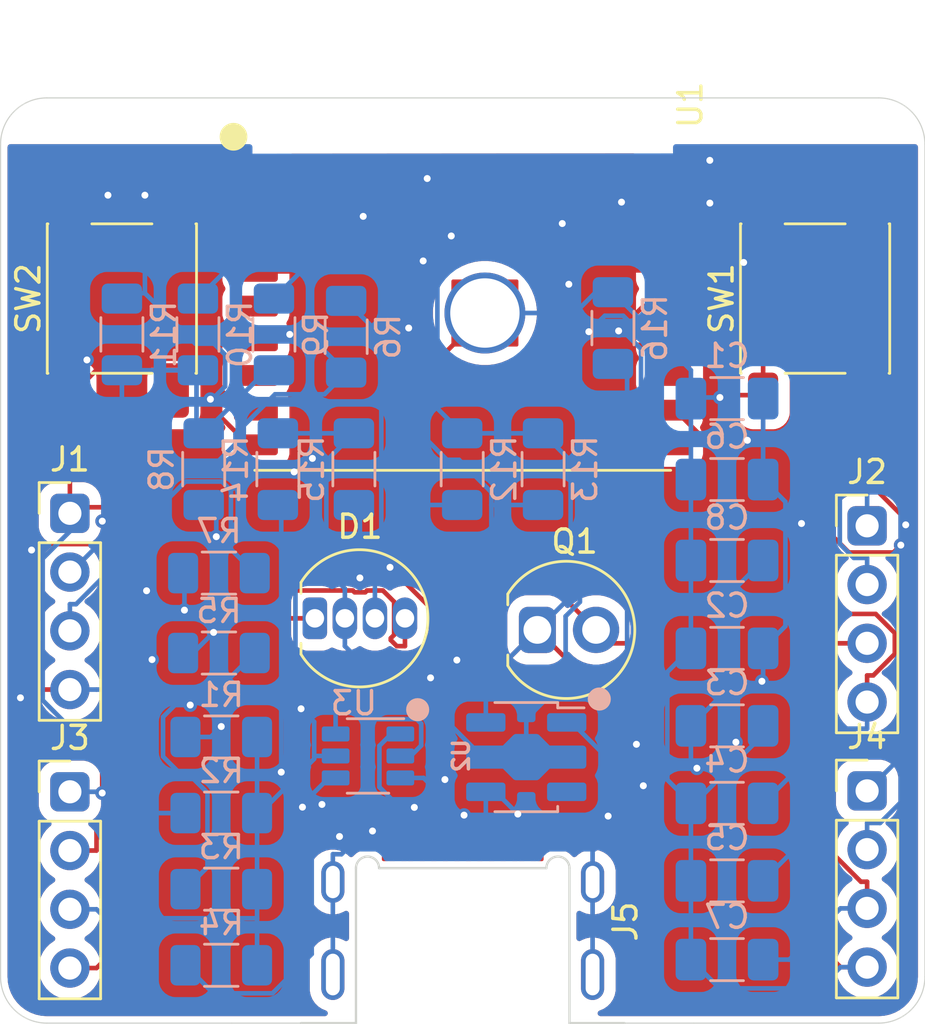
<source format=kicad_pcb>
(kicad_pcb (version 20241229) (generator "pcbnew") (generator_version "9.0")
  (layers (0 "F.Cu" signal) (2 "B.Cu" signal) (13 "F.Paste" user) (15 "B.Paste" user) (5 "F.SilkS" user "F.Silkscreen") (7 "B.SilkS" user "B.Silkscreen") (1 "F.Mask" user) (3 "B.Mask" user) (25 "Edge.Cuts" user))
  (net 0 "")
  (net 1 "+3.3V")
  (net 2 "GND")
  (net 3 "Net-(U1-EN)")
  (net 4 "BTN")
  (net 5 "LX_OUT")
  (net 6 "+5V")
  (net 7 "Net-(D1-Agreen)")
  (net 8 "Net-(D1-Ablue)")
  (net 9 "Net-(D1-Ared)")
  (net 10 "LED_B")
  (net 11 "LED_G")
  (net 12 "LED_R")
  (net 13 "LX_C")
  (net 14 "LX_A")
  (net 15 "LX_B")
  (net 16 "SCL")
  (net 17 "SDA")
  (net 18 "RX")
  (net 19 "TX")
  (net 20 "Net-(J5-CASE)")
  (net 22 "Net-(J5-CC1)")
  (net 23 "Net-(J5-D+-PadA6)")
  (net 25 "Net-(J5-D--PadA7)")
  (net 26 "Net-(J5-CC2)")
  (net 27 "Net-(U1-IO8)")
  (net 28 "Net-(U1-IO2{slash}ADC1_2{slash}FSPIQ)")
  (net 29 "USB_D-")
  (net 30 "USB_D+")
  (footprint "GEMS_library:PinHeader_1x04_P2.54mm_Vertical" (layer "F.Cu") (at 182.5 112.31)
    (property "Reference" "J2")
    (property "Value" "LX")
  )
  (footprint "GEMS_library:PinHeader_1x04_P2.54mm_Vertical" (layer "F.Cu") (at 148 123.81)
    (property "Reference" "J3")
    (property "Value" "I2C")
  )
  (footprint "GEMS_library:PT_D5.0mm" (layer "F.Cu") (at 169.5 113)
    (property "Reference" "Q1")
    (property "Value" "TEPT5700")
  )
  (footprint "GEMS_library:PinHeader_1x04_P2.54mm_Vertical" (layer "F.Cu") (at 182.5 123.77)
    (property "Reference" "J4")
    (property "Value" "UART")
  )
  (footprint "GEMS_library:SW_PUSH_6mm_SMD" (layer "F.Cu") (at 180.25 98.675 90)
    (property "Reference" "SW1")
    (property "Value" "RST")
  )
  (footprint "GEMS_library:SW_PUSH_6mm_SMD" (layer "F.Cu") (at 150.25 98.675 90)
    (property "Reference" "SW2")
    (property "Value" "BTN")
  )
  (footprint "GEMS_library:ESP32-C3-WROOM-02" (layer "F.Cu") (at 165 99)
    (property "Reference" "U1")
    (property "Value" "ESP32-C3")
  )
  (footprint "GEMS_library:LED_D5.0mm-4_RGB" (layer "F.Cu") (at 160.55 112.5)
    (property "Reference" "D1")
    (property "Value" "LED_BkRG")
  )
  (footprint "GEMS_library:PinHeader_1x04_P2.54mm_Vertical" (layer "F.Cu") (at 148 111.77)
    (property "Reference" "J1")
    (property "Value" "RGB")
  )
  (footprint "GEMS_library:USB-C_MOLEX-216990-0001" (layer "F.Cu") (at 165 126.75)
    (property "Reference" "J5")
    (property "Value" "USB_C_USB2.0")
    (fp_line (start -7 3.25) (end -4.62 3.25) (stroke (width 0.1)) (layer "Edge.Cuts"))
    (fp_line (start -4.62 3.25) (end -4.62 -3.45) (stroke (width 0.1)) (layer "Edge.Cuts"))
    (fp_line (start 3.62 -3.45) (end -3.62 -3.45) (stroke (width 0.1)) (layer "Edge.Cuts"))
    (fp_line (start 4.62 3.25) (end 4.62 -3.45) (stroke (width 0.1)) (layer "Edge.Cuts"))
    (fp_line (start 7 3.25) (end 4.62 3.25) (stroke (width 0.1)) (layer "Edge.Cuts"))
    (fp_arc (start -4.62 -3.45) (mid -4.12 -3.95) (end -3.62 -3.45) (stroke (width 0.1)) (layer "Edge.Cuts"))
    (fp_arc (start 3.62 -3.45) (mid 4.12 -3.95) (end 4.62 -3.45) (stroke (width 0.1)) (layer "Edge.Cuts"))
  )
  (footprint "GEMS_library:R_1206_(3216)" (layer "B.Cu") (at 154.45 114 180)
    (property "Reference" "R5")
    (property "Value" "27")
  )
  (footprint "GEMS_library:R_1206_(3216)" (layer "B.Cu") (at 150.25 100.225 90)
    (property "Reference" "R11")
    (property "Value" "200k")
  )
  (footprint "GEMS_library:SOT-23-6" (layer "B.Cu") (at 160.9 118.45 180)
    (property "Reference" "U3")
    (property "Value" "USBLC6-2SC6")
  )
  (footprint "GEMS_library:R_1206_(3216)" (layer "B.Cu") (at 154.45 110.545 180)
    (property "Reference" "R7")
    (property "Value" "27")
  )
  (footprint "GEMS_library:C_1206_(3216)" (layer "B.Cu") (at 176.4375 106.5 180)
    (property "Reference" "C6")
    (property "Value" "10uF")
  )
  (footprint "GEMS_library:C_1206_(3216)" (layer "B.Cu") (at 176.4375 117.15 180)
    (property "Reference" "C3")
    (property "Value" "0.1uF")
  )
  (footprint "GEMS_library:R_1206_(3216)" (layer "B.Cu") (at 164.9768 106.05 90)
    (property "Reference" "R12")
    (property "Value" "2.2k")
  )
  (footprint "GEMS_library:R_1206_(3216)" (layer "B.Cu") (at 154.55 120.92 180)
    (property "Reference" "R2")
    (property "Value" "100k")
  )
  (footprint "GEMS_library:SOT-89-5" (layer "B.Cu") (at 167.75 118.5 -90)
    (property "Reference" "U2")
    (property "Value" "R1170H331B")
  )
  (footprint "GEMS_library:C_1206_(3216)" (layer "B.Cu") (at 176.4375 120.5 180)
    (property "Reference" "C4")
    (property "Value" "0.1uF")
  )
  (footprint "GEMS_library:R_1206_(3216)" (layer "B.Cu") (at 156.83 100.225 90)
    (property "Reference" "R9")
    (property "Value" "510")
  )
  (footprint "GEMS_library:R_1206_(3216)" (layer "B.Cu") (at 154.55 127.5 180)
    (property "Reference" "R4")
    (property "Value" "100k")
  )
  (footprint "GEMS_library:R_1206_(3216)" (layer "B.Cu") (at 153.79 106.05 -90)
    (property "Reference" "R8")
    (property "Value" "5.1k")
  )
  (footprint "GEMS_library:R_1206_(3216)" (layer "B.Cu") (at 154.55 117.63 180)
    (property "Reference" "R1")
    (property "Value" "100k")
  )
  (footprint "GEMS_library:C_1206_(3216)" (layer "B.Cu") (at 176.4375 103 180)
    (property "Reference" "C1")
    (property "Value" "10uF")
  )
  (footprint "GEMS_library:R_1206_(3216)" (layer "B.Cu") (at 157 106.05 -90)
    (property "Reference" "R14")
    (property "Value" "5.1k")
  )
  (footprint "GEMS_library:R_1206_(3216)" (layer "B.Cu") (at 153.54 100.225 90)
    (property "Reference" "R10")
    (property "Value" "10k")
  )
  (footprint "GEMS_library:C_1206_(3216)" (layer "B.Cu") (at 176.4375 127.255 180)
    (property "Reference" "C7")
    (property "Value" "0.1uF")
  )
  (footprint "GEMS_library:C_1206_(3216)" (layer "B.Cu") (at 176.4375 110 180)
    (property "Reference" "C8")
    (property "Value" "10uF")
  )
  (footprint "GEMS_library:C_1206_(3216)" (layer "B.Cu") (at 176.4375 123.85 180)
    (property "Reference" "C5")
    (property "Value" "0.1uF")
  )
  (footprint "GEMS_library:C_1206_(3216)" (layer "B.Cu") (at 176.4375 113.8 180)
    (property "Reference" "C2")
    (property "Value" "0.1uF")
  )
  (footprint "GEMS_library:R_1206_(3216)" (layer "B.Cu") (at 159.955 100.325 90)
    (property "Reference" "R6")
    (property "Value" "82")
  )
  (footprint "GEMS_library:R_1206_(3216)" (layer "B.Cu") (at 160.29 106.05 -90)
    (property "Reference" "R15")
    (property "Value" "5.1k")
  )
  (footprint "GEMS_library:R_1206_(3216)" (layer "B.Cu") (at 168.4768 106.05 90)
    (property "Reference" "R13")
    (property "Value" "2.2k")
  )
  (footprint "GEMS_library:R_1206_(3216)" (layer "B.Cu") (at 171.5 99.95 90)
    (property "Reference" "R16")
    (property "Value" "1M")
  )
  (footprint "GEMS_library:R_1206_(3216)" (layer "B.Cu") (at 154.55 124.21 180)
    (property "Reference" "R3")
    (property "Value" "100k")
  )
  (gr_arc (start 147 130) (mid 145.585786 129.414214) (end 145 128) (stroke (width 0.05)) (layer "Edge.Cuts"))
  (gr_line (start 183 90) (end 147 90) (stroke (width 0.05)) (layer "Edge.Cuts"))
  (gr_line (start 185 128) (end 185 92) (stroke (width 0.05)) (layer "Edge.Cuts"))
  (gr_arc (start 183 90) (mid 184.414214 90.585786) (end 185 92) (stroke (width 0.05)) (layer "Edge.Cuts"))
  (gr_line (start 175 130) (end 183 130) (stroke (width 0.05)) (layer "Edge.Cuts"))
  (gr_line (start 158 130) (end 155 130) (stroke (width 0.05)) (layer "Edge.Cuts"))
  (gr_line (start 147 130) (end 155 130) (stroke (width 0.05)) (layer "Edge.Cuts"))
  (gr_line (start 145 92) (end 145 128) (stroke (width 0.05)) (layer "Edge.Cuts"))
  (gr_arc (start 145 92) (mid 145.585786 90.585786) (end 147 90) (stroke (width 0.05)) (layer "Edge.Cuts"))
  (gr_line (start 172 130) (end 175 130) (stroke (width 0.05)) (layer "Edge.Cuts"))
  (gr_arc (start 185 128) (mid 184.414214 129.414214) (end 183 130) (stroke (width 0.05)) (layer "Edge.Cuts"))
  (segment (start 177.9478 115.2217) (end 170.4517 115.2217) (width 0.2) (layer "F.Cu") (net 1))
  (segment (start 177.9478 119.6046) (end 182.2315 123.8883) (width 0.2) (layer "F.Cu") (net 1))
  (segment (start 168.23 113) (end 164.8197 116.4103) (width 0.2) (layer "F.Cu") (net 1))
  (segment (start 170.4517 115.2217) (end 168.23 113) (width 0.2) (layer "F.Cu") (net 1))
  (segment (start 177.9478 115.2217) (end 177.9478 119.6046) (width 0.2) (layer "F.Cu") (net 1))
  (segment (start 182.5 125.04) (end 182.5 123.8883) (width 0.2) (layer "F.Cu") (net 1))
  (segment (start 164.8197 116.4103) (end 158.0043 116.4103) (width 0.2) (layer "F.Cu") (net 1))
  (segment (start 162.978 93) (end 163.4629 93.4849) (width 0.2) (layer "F.Cu") (net 1))
  (segment (start 182.2315 123.8883) (end 182.5 123.8883) (width 0.2) (layer "F.Cu") (net 1))
  (segment (start 156.05 93) (end 162.978 93) (width 0.2) (layer "F.Cu") (net 1))
  (via (at 163.4629 93.4849) (size 0.6) (drill 0.3) (layers "F.Cu" "B.Cu") (net 1))
  (via (at 177.9478 115.2217) (size 0.6) (drill 0.3) (layers "F.Cu" "B.Cu") (net 1))
  (via (at 158.0043 116.4103) (size 0.6) (drill 0.3) (layers "F.Cu" "B.Cu") (net 1))
  (segment (start 178 106.5) (end 178.9652 107.4652) (width 0.2) (layer "B.Cu") (net 1))
  (segment (start 156.1 124.21) (end 156.1 120.92) (width 0.2) (layer "B.Cu") (net 1))
  (segment (start 149.5392 125.4675) (end 156.1 125.4675) (width 0.2) (layer "B.Cu") (net 1))
  (segment (start 156.1 120.92) (end 156.2277 120.92) (width 0.2) (layer "B.Cu") (net 1))
  (segment (start 163.9027 103.4259) (end 164.9768 104.5) (width 0.2) (layer "B.Cu") (net 1))
  (segment (start 178.9652 112.8348) (end 178 113.8) (width 0.2) (layer "B.Cu") (net 1))
  (segment (start 156.1 127.5) (end 156.1 125.4675) (width 0.2) (layer "B.Cu") (net 1))
  (segment (start 168.4768 104.5) (end 164.9768 104.5) (width 0.2) (layer "B.Cu") (net 1))
  (segment (start 163.9027 93.9247) (end 163.9027 103.4259) (width 0.2) (layer "B.Cu") (net 1))
  (segment (start 178 103) (end 178 106.5) (width 0.2) (layer "B.Cu") (net 1))
  (segment (start 168.4768 104.5) (end 169.67 105.6932) (width 0.2) (layer "B.Cu") (net 1))
  (segment (start 178 113.8) (end 178 115.1695) (width 0.2) (layer "B.Cu") (net 1))
  (segment (start 166 115.23) (end 168.23 113) (width 0.2) (layer "B.Cu") (net 1))
  (segment (start 163.4629 93.4849) (end 163.9027 93.9247) (width 0.2) (layer "B.Cu") (net 1))
  (segment (start 166 117) (end 166 115.23) (width 0.2) (layer "B.Cu") (net 1))
  (segment (start 179.1333 127.255) (end 181.3483 125.04) (width 0.2) (layer "B.Cu") (net 1))
  (segment (start 158.0043 116.4103) (end 158.57 116.976) (width 0.2) (layer "B.Cu") (net 1))
  (segment (start 159.5 118.45) (end 158.57 118.45) (width 0.2) (layer "B.Cu") (net 1))
  (segment (start 169.67 111.56) (end 168.23 113) (width 0.2) (layer "B.Cu") (net 1))
  (segment (start 178 115.1695) (end 177.9478 115.2217) (width 0.2) (layer "B.Cu") (net 1))
  (segment (start 156.1 120.92) (end 156.1 117.63) (width 0.2) (layer "B.Cu") (net 1))
  (segment (start 149.1517 125.08) (end 149.5392 125.4675) (width 0.2) (layer "B.Cu") (net 1))
  (segment (start 178 127.255) (end 179.1333 127.255) (width 0.2) (layer "B.Cu") (net 1))
  (segment (start 158.57 118.5777) (end 158.57 118.45) (width 0.2) (layer "B.Cu") (net 1))
  (segment (start 156.2277 120.92) (end 158.57 118.5777) (width 0.2) (layer "B.Cu") (net 1))
  (segment (start 158.57 116.976) (end 158.57 118.45) (width 0.2) (layer "B.Cu") (net 1))
  (segment (start 182.5 125.04) (end 181.3483 125.04) (width 0.2) (layer "B.Cu") (net 1))
  (segment (start 178.9652 107.4652) (end 178.9652 112.8348) (width 0.2) (layer "B.Cu") (net 1))
  (segment (start 148 125.08) (end 149.1517 125.08) (width 0.2) (layer "B.Cu") (net 1))
  (segment (start 169.67 105.6932) (end 169.67 111.56) (width 0.2) (layer "B.Cu") (net 1))
  (segment (start 156.1 125.4675) (end 156.1 124.21) (width 0.2) (layer "B.Cu") (net 1))
  (segment (start 165.96 98.2) (end 164.86 98.2) (width 0.2) (layer "F.Cu") (net 2))
  (segment (start 165.96 100.4) (end 164.86 100.4) (width 0.2) (layer "F.Cu") (net 2))
  (segment (start 152.2062 94.2062) (end 152.5 94.5) (width 0.2) (layer "F.Cu") (net 2))
  (segment (start 148 127.62) (end 149.1517 127.62) (width 0.2) (layer "F.Cu") (net 2))
  (segment (start 168.05 122.6) (end 168.35 122.6) (width 0.2) (layer "F.Cu") (net 2))
  (segment (start 155.7318 105) (end 153.9556 103.2238) (width 0.2) (layer "F.Cu") (net 2))
  (segment (start 161.3465 122.2965) (end 161.65 122.6) (width 0.2) (layer "F.Cu") (net 2))
  (segment (start 153.9556 103.2238) (end 153.9556 103.1517) (width 0.2) (layer "F.Cu") (net 2))
  (segment (start 164.86 100.4) (end 160.2767 104.9833) (width 0.2) (layer "F.Cu") (net 2))
  (segment (start 154.8383 121.9334) (end 159.6676 121.9334) (width 0.2) (layer "F.Cu") (net 2))
  (segment (start 166.51 99.3) (end 165.96 99.3) (width 0.2) (layer "F.Cu") (net 2))
  (segment (start 149.1517 127.62) (end 154.8383 121.9334) (width 0.2) (layer "F.Cu") (net 2))
  (segment (start 168.5242 122.4258) (end 176.1941 122.4258) (width 0.2) (layer "F.Cu") (net 2))
  (segment (start 154.0801 103.0272) (end 153.9556 103.1517) (width 0.2) (layer "F.Cu") (net 2))
  (segment (start 160.2767 104.9833) (end 156.0667 104.9833) (width 0.2) (layer "F.Cu") (net 2))
  (segment (start 165.96 99.3) (end 164.86 99.3) (width 0.2) (layer "F.Cu") (net 2))
  (segment (start 156.0667 104.9833) (end 156.05 105) (width 0.2) (layer "F.Cu") (net 2))
  (segment (start 167.06 98.2) (end 166.51 98.2) (width 0.2) (layer "F.Cu") (net 2))
  (segment (start 178 94.5) (end 178 102.85) (width 0.2) (layer "F.Cu") (net 2))
  (segment (start 167.06 99.3) (end 166.51 99.3) (width 0.2) (layer "F.Cu") (net 2))
  (segment (start 153.9556 103.1517) (end 152.8017 103.1517) (width 0.2) (layer "F.Cu") (net 2))
  (segment (start 151.246 94.2062) (end 152.2062 94.2062) (width 0.2) (layer "F.Cu") (net 2))
  (segment (start 167.06 100.4) (end 167.06 99.3) (width 0.2) (layer "F.Cu") (net 2))
  (segment (start 166.51 98.2) (end 165.96 98.2) (width 0.2) (layer "F.Cu") (net 2))
  (segment (start 176.1941 122.4258) (end 181.3483 127.58) (width 0.2) (layer "F.Cu") (net 2))
  (segment (start 156.05 105) (end 155.7318 105) (width 0.2) (layer "F.Cu") (net 2))
  (segment (start 178 102.85) (end 176.2315 102.85) (width 0.2) (layer "F.Cu") (net 2))
  (segment (start 160.0307 122.2965) (end 161.3465 122.2965) (width 0.2) (layer "F.Cu") (net 2))
  (segment (start 167.06 100.4) (end 165.96 100.4) (width 0.2) (layer "F.Cu") (net 2))
  (segment (start 168.35 122.6) (end 168.5242 122.4258) (width 0.2) (layer "F.Cu") (net 2))
  (segment (start 152.8017 103.1517) (end 152.5 102.85) (width 0.2) (layer "F.Cu") (net 2))
  (segment (start 161.95 122.6) (end 161.65 122.6) (width 0.2) (layer "F.Cu") (net 2))
  (segment (start 159.6676 121.9334) (end 160.0307 122.2965) (width 0.2) (layer "F.Cu") (net 2))
  (segment (start 176.2315 102.85) (end 176.1298 102.9517) (width 0.2) (layer "F.Cu") (net 2))
  (segment (start 182.5 127.58) (end 181.3483 127.58) (width 0.2) (layer "F.Cu") (net 2))
  (segment (start 166.51 99.3) (end 166.51 98.2) (width 0.2) (layer "F.Cu") (net 2))
  (via (at 176.1298 102.9517) (size 0.6) (drill 0.3) (layers "F.Cu" "B.Cu") (net 2))
  (via (at 151.246 94.2062) (size 0.6) (drill 0.3) (layers "F.Cu" "B.Cu") (net 2))
  (via (at 159.6676 121.9334) (size 0.6) (drill 0.3) (layers "F.Cu" "B.Cu") (net 2))
  (via (at 154.0801 103.0272) (size 0.6) (drill 0.3) (layers "F.Cu" "B.Cu") (net 2))
  (segment (start 174.875 102.9517) (end 174.875 101.775) (width 0.2) (layer "B.Cu") (net 2))
  (segment (start 151.246 98.4417) (end 153.4293 100.625) (width 0.2) (layer "B.Cu") (net 2))
  (segment (start 154.7177 102.4734) (end 154.1639 103.0272) (width 0.2) (layer "B.Cu") (net 2))
  (segment (start 167.75 116.8471) (end 167.75 118.5) (width 0.2) (layer "B.Cu") (net 2))
  (segment (start 160.6763 116.8572) (end 160.6763 114.478) (width 0.2) (layer "B.Cu") (net 2))
  (segment (start 163.0064 114.8245) (end 163.0064 116.8572) (width 0.2) (layer "B.Cu") (net 2))
  (segment (start 160.6763 116.8572) (end 163.0064 116.8572) (width 0.2) (layer "B.Cu") (net 2))
  (segment (start 169.4535 112.4101) (end 169.4535 115.1436) (width 0.2) (layer "B.Cu") (net 2))
  (segment (start 165.8573 118.5) (end 164.2098 116.8525) (width 0.2) (layer "B.Cu") (net 2))
  (segment (start 159.9 111.2151) (end 159.9 112.5) (width 0.2) (layer "B.Cu") (net 2))
  (segment (start 173.8532 114.8218) (end 174.875 113.8) (width 0.2) (layer "B.Cu") (net 2))
  (segment (start 153.4293 100.625) (end 154.2375 100.625) (width 0.2) (layer "B.Cu") (net 2))
  (segment (start 174.875 102.9517) (end 176.1298 102.9517) (width 0.2) (layer "B.Cu") (net 2))
  (segment (start 171.5 98.4) (end 170.7565 98.4) (width 0.2) (layer "B.Cu") (net 2))
  (segment (start 174.875 120.5) (end 173.8532 119.4782) (width 0.2) (layer "B.Cu") (net 2))
  (segment (start 169.8565 100.3581) (end 170.0729 100.5745) (width 0.2) (layer "B.Cu") (net 2))
  (segment (start 174.875 101.775) (end 171.5 98.4) (width 0.2) (layer "B.Cu") (net 2))
  (segment (start 174.875 110) (end 174.875 106.5) (width 0.2) (layer "B.Cu") (net 2))
  (segment (start 150.25 98.675) (end 150.4833 98.4417) (width 0.2) (layer "B.Cu") (net 2))
  (segment (start 173.8532 119.4782) (end 173.8532 114.8218) (width 0.2) (layer "B.Cu") (net 2))
  (segment (start 167.75 118.5) (end 165.8573 118.5) (width 0.2) (layer "B.Cu") (net 2))
  (segment (start 181.3483 127.58) (end 180.4289 128.4994) (width 0.2) (layer "B.Cu") (net 2))
  (segment (start 169.8565 99.3) (end 169.8565 100.3581) (width 0.2) (layer "B.Cu") (net 2))
  (segment (start 170.7565 98.4) (end 169.8565 99.3) (width 0.2) (layer "B.Cu") (net 2))
  (segment (start 174.875 103) (end 174.875 102.9517) (width 0.2) (layer "B.Cu") (net 2))
  (segment (start 154.7177 101.1052) (end 154.7177 102.4734) (width 0.2) (layer "B.Cu") (net 2))
  (segment (start 159.0964 110.4115) (end 159.9 111.2151) (width 0.2) (layer "B.Cu") (net 2))
  (segment (start 175.0277 120.5) (end 178 117.5277) (width 0.2) (layer "B.Cu") (net 2))
  (segment (start 174.875 127.255) (end 174.875 123.85) (width 0.2) (layer "B.Cu") (net 2))
  (segment (start 159.6676 121.9334) (end 160.6763 120.9247) (width 0.2) (layer "B.Cu") (net 2))
  (segment (start 160.29 104.5) (end 157 104.5) (width 0.2) (layer "B.Cu") (net 2))
  (segment (start 170.0729 111.7907) (end 169.4535 112.4101) (width 0.2) (layer "B.Cu") (net 2))
  (segment (start 163.2021 117.999) (end 162.7511 118.45) (width 0.2) (layer "B.Cu") (net 2))
  (segment (start 169.4535 115.1436) (end 167.75 116.8471) (width 0.2) (layer "B.Cu") (net 2))
  (segment (start 170.0729 100.5745) (end 170.0729 111.7907) (width 0.2) (layer "B.Cu") (net 2))
  (segment (start 160.6763 114.478) (end 159.9 113.7017) (width 0.2) (layer "B.Cu") (net 2))
  (segment (start 162.7511 118.45) (end 162.3 118.45) (width 0.2) (layer "B.Cu") (net 2))
  (segment (start 159.0964 105.6936) (end 159.0964 110.4115) (width 0.2) (layer "B.Cu") (net 2))
  (segment (start 169.8565 99.3) (end 165.96 99.3) (width 0.2) (layer "B.Cu") (net 2))
  (segment (start 154.1639 103.0272) (end 154.0801 103.0272) (width 0.2) (layer "B.Cu") (net 2))
  (segment (start 164.2098 114.8244) (end 163.8573 114.4719) (width 0.2) (layer "B.Cu") (net 2))
  (segment (start 174.875 106.5) (end 174.875 103) (width 0.2) (layer "B.Cu") (net 2))
  (segment (start 174.875 120.5) (end 175.0277 120.5) (width 0.2) (layer "B.Cu") (net 2))
  (segment (start 159.9 112.5) (end 159.9 113.7017) (width 0.2) (layer "B.Cu") (net 2))
  (segment (start 174.875 123.85) (end 174.875 120.5) (width 0.2) (layer "B.Cu") (net 2))
  (segment (start 163.359 114.4719) (end 163.0064 114.8245) (width 0.2) (layer "B.Cu") (net 2))
  (segment (start 180.4289 128.4994) (end 176.1194 128.4994) (width 0.2) (layer "B.Cu") (net 2))
  (segment (start 163.8573 114.4719) (end 163.359 114.4719) (width 0.2) (layer "B.Cu") (net 2))
  (segment (start 178 117.5277) (end 178 117.15) (width 0.2) (layer "B.Cu") (net 2))
  (segment (start 176.1194 128.4994) (end 174.875 127.255) (width 0.2) (layer "B.Cu") (net 2))
  (segment (start 160.6763 120.9247) (end 160.6763 116.8572) (width 0.2) (layer "B.Cu") (net 2))
  (segment (start 163.0064 116.8572) (end 163.2021 117.0529) (width 0.2) (layer "B.Cu") (net 2))
  (segment (start 150.4833 98.4417) (end 151.246 98.4417) (width 0.2) (layer "B.Cu") (net 2))
  (segment (start 182.5 127.58) (end 181.3483 127.58) (width 0.2) (layer "B.Cu") (net 2))
  (segment (start 164.2098 116.8525) (end 164.2098 114.8244) (width 0.2) (layer "B.Cu") (net 2))
  (segment (start 174.875 113.8) (end 174.875 110) (width 0.2) (layer "B.Cu") (net 2))
  (segment (start 154.2375 100.625) (end 154.7177 101.1052) (width 0.2) (layer "B.Cu") (net 2))
  (segment (start 151.246 94.2062) (end 151.246 98.4417) (width 0.2) (layer "B.Cu") (net 2))
  (segment (start 160.29 104.5) (end 159.0964 105.6936) (width 0.2) (layer "B.Cu") (net 2))
  (segment (start 163.2021 117.0529) (end 163.2021 117.999) (width 0.2) (layer "B.Cu") (net 2))
  (segment (start 182.5 102.85) (end 180.5465 104.8035) (width 0.2) (layer "F.Cu") (net 3))
  (segment (start 171.8715 94.5065) (end 171.7931 94.4281) (width 0.2) (layer "F.Cu") (net 3))
  (segment (start 171.7931 94.4281) (end 156.1219 94.4281) (width 0.2) (layer "F.Cu") (net 3))
  (segment (start 156.1219 94.4281) (end 156.05 94.5) (width 0.2) (layer "F.Cu") (net 3))
  (segment (start 154.55 117.1782) (end 173.3321 117.1782) (width 0.2) (layer "F.Cu") (net 3))
  (segment (start 182.5 94.5) (end 182.5 102.85) (width 0.2) (layer "F.Cu") (net 3))
  (segment (start 173.3321 117.1782) (end 175.1336 118.9797) (width 0.2) (layer "F.Cu") (net 3))
  (segment (start 180.5465 104.8035) (end 177.3191 104.8035) (width 0.2) (layer "F.Cu") (net 3))
  (via (at 171.8715 94.5065) (size 0.6) (drill 0.3) (layers "F.Cu" "B.Cu") (net 3))
  (via (at 175.1336 118.9797) (size 0.6) (drill 0.3) (layers "F.Cu" "B.Cu") (net 3))
  (via (at 177.3191 104.8035) (size 0.6) (drill 0.3) (layers "F.Cu" "B.Cu") (net 3))
  (via (at 154.55 117.1782) (size 0.6) (drill 0.3) (layers "F.Cu" "B.Cu") (net 3))
  (segment (start 174.875 117.15) (end 176.4361 115.5889) (width 0.2) (layer "B.Cu") (net 3))
  (segment (start 176.4361 105.6865) (end 177.3191 104.8035) (width 0.2) (layer "B.Cu") (net 3))
  (segment (start 175.1336 118.9797) (end 174.875 118.7211) (width 0.2) (layer "B.Cu") (net 3))
  (segment (start 176.908 99.543) (end 176.908 104.3924) (width 0.2) (layer "B.Cu") (net 3))
  (segment (start 176.4361 115.5889) (end 176.4361 105.6865) (width 0.2) (layer "B.Cu") (net 3))
  (segment (start 153 117.63) (end 154.0982 117.63) (width 0.2) (layer "B.Cu") (net 3))
  (segment (start 171.8715 94.5065) (end 176.908 99.543) (width 0.2) (layer "B.Cu") (net 3))
  (segment (start 174.875 118.7211) (end 174.875 117.15) (width 0.2) (layer "B.Cu") (net 3))
  (segment (start 176.908 104.3924) (end 177.3191 104.8035) (width 0.2) (layer "B.Cu") (net 3))
  (segment (start 154.0982 117.63) (end 154.55 117.1782) (width 0.2) (layer "B.Cu") (net 3))
  (segment (start 148.066 102.85) (end 149.3447 101.5713) (width 0.2) (layer "F.Cu") (net 4))
  (segment (start 148.2623 107.6977) (end 148 107.96) (width 0.2) (layer "F.Cu") (net 4))
  (segment (start 148 94.5) (end 148 102.85) (width 0.2) (layer "F.Cu") (net 4))
  (segment (start 179.6612 108.4008) (end 161.2393 108.4008) (width 0.2) (layer "F.Cu") (net 4))
  (segment (start 153.4751 101.5713) (end 155.4038 103.5) (width 0.2) (layer "F.Cu") (net 4))
  (segment (start 160.5362 107.6977) (end 148.2623 107.6977) (width 0.2) (layer "F.Cu") (net 4))
  (segment (start 149.3447 101.5713) (end 153.4751 101.5713) (width 0.2) (layer "F.Cu") (net 4))
  (segment (start 148 102.85) (end 148 107.96) (width 0.2) (layer "F.Cu") (net 4))
  (segment (start 161.2393 108.4008) (end 160.5362 107.6977) (width 0.2) (layer "F.Cu") (net 4))
  (segment (start 155.4038 103.5) (end 156.05 103.5) (width 0.2) (layer "F.Cu") (net 4))
  (segment (start 148 102.85) (end 148.066 102.85) (width 0.2) (layer "F.Cu") (net 4))
  (via (at 179.6612 108.4008) (size 0.6) (drill 0.3) (layers "F.Cu" "B.Cu") (net 4))
  (segment (start 146.822 109.9178) (end 148 108.7398) (width 0.2) (layer "B.Cu") (net 4))
  (segment (start 148 108.7398) (end 148 107.96) (width 0.2) (layer "B.Cu") (net 4))
  (segment (start 151.699 120.92) (end 146.822 116.043) (width 0.2) (layer "B.Cu") (net 4))
  (segment (start 146.822 116.043) (end 146.822 109.9178) (width 0.2) (layer "B.Cu") (net 4))
  (segment (start 153 120.92) (end 151.699 120.92) (width 0.2) (layer "B.Cu") (net 4))
  (segment (start 178 120.5) (end 179.6612 118.8388) (width 0.2) (layer "B.Cu") (net 4))
  (segment (start 179.6612 118.8388) (end 179.6612 108.4008) (width 0.2) (layer "B.Cu") (net 4))
  (segment (start 182.5 116.12) (end 182.5 114.9683) (width 0.2) (layer "F.Cu") (net 5))
  (segment (start 174.8214 108.9698) (end 154.3354 108.9698) (width 0.2) (layer "F.Cu") (net 5))
  (segment (start 182.8719 112.31) (end 178.1616 112.31) (width 0.2) (layer "F.Cu") (net 5))
  (segment (start 175.6935 92.6997) (end 175.3932 93) (width 0.2) (layer "F.Cu") (net 5))
  (segment (start 182.7685 114.9683) (end 183.6989 114.0379) (width 0.2) (layer "F.Cu") (net 5))
  (segment (start 183.6989 114.0379) (end 183.6989 113.137) (width 0.2) (layer "F.Cu") (net 5))
  (segment (start 183.6989 113.137) (end 182.8719 112.31) (width 0.2) (layer "F.Cu") (net 5))
  (segment (start 175.3932 93) (end 173.95 93) (width 0.2) (layer "F.Cu") (net 5))
  (segment (start 182.5 114.9683) (end 182.7685 114.9683) (width 0.2) (layer "F.Cu") (net 5))
  (segment (start 178.1616 112.31) (end 174.8214 108.9698) (width 0.2) (layer "F.Cu") (net 5))
  (via (at 154.3354 108.9698) (size 0.6) (drill 0.3) (layers "F.Cu" "B.Cu") (net 5))
  (via (at 175.6935 92.6997) (size 0.6) (drill 0.3) (layers "F.Cu" "B.Cu") (net 5))
  (segment (start 175.6935 92.6997) (end 175.0933 93.2999) (width 0.2) (layer "B.Cu") (net 5))
  (segment (start 153.79 107.6) (end 154.3354 108.1454) (width 0.2) (layer "B.Cu") (net 5))
  (segment (start 182.5 116.12) (end 182.5 117.2717) (width 0.2) (layer "B.Cu") (net 5))
  (segment (start 175.0933 93.2999) (end 175.0933 96.2996) (width 0.2) (layer "B.Cu") (net 5))
  (segment (start 178 123.85) (end 180.2666 121.5834) (width 0.2) (layer "B.Cu") (net 5))
  (segment (start 154.3354 108.1454) (end 154.3354 108.9698) (width 0.2) (layer "B.Cu") (net 5))
  (segment (start 180.2666 121.5834) (end 180.2666 117.2717) (width 0.2) (layer "B.Cu") (net 5))
  (segment (start 180.2666 101.4729) (end 180.2666 117.2717) (width 0.2) (layer "B.Cu") (net 5))
  (segment (start 175.0933 96.2996) (end 180.2666 101.4729) (width 0.2) (layer "B.Cu") (net 5))
  (segment (start 182.5 117.2717) (end 180.2666 117.2717) (width 0.2) (layer "B.Cu") (net 5))
  (segment (start 171.2929 120.9624) (end 171.2929 121.0504) (width 0.2) (layer "F.Cu") (net 6))
  (segment (start 176.8219 118.1867) (end 174.0462 120.9624) (width 0.2) (layer "F.Cu") (net 6))
  (segment (start 162.75 122.6) (end 162.45 122.6) (width 0.2) (layer "F.Cu") (net 6))
  (segment (start 167.3847 120.9624) (end 171.2929 120.9624) (width 0.2) (layer "F.Cu") (net 6))
  (segment (start 167.3847 122.4653) (end 167.3847 120.9624) (width 0.2) (layer "F.Cu") (net 6))
  (segment (start 162.45 122.6) (end 162.45 122.1207) (width 0.2) (layer "F.Cu") (net 6))
  (segment (start 162.0241 121.6948) (end 161.0955 121.6948) (width 0.2) (layer "F.Cu") (net 6))
  (segment (start 162.45 122.1207) (end 162.0241 121.6948) (width 0.2) (layer "F.Cu") (net 6))
  (segment (start 174.0462 120.9624) (end 171.2929 120.9624) (width 0.2) (layer "F.Cu") (net 6))
  (segment (start 176.8219 117.8549) (end 176.8219 118.1867) (width 0.2) (layer "F.Cu") (net 6))
  (segment (start 167.25 122.6) (end 167.3847 122.4653) (width 0.2) (layer "F.Cu") (net 6))
  (segment (start 167.25 122.6) (end 167.55 122.6) (width 0.2) (layer "F.Cu") (net 6))
  (via (at 161.0955 121.6948) (size 0.6) (drill 0.3) (layers "F.Cu" "B.Cu") (net 6))
  (via (at 171.2929 121.0504) (size 0.6) (drill 0.3) (layers "F.Cu" "B.Cu") (net 6))
  (via (at 167.3847 120.9624) (size 0.6) (drill 0.3) (layers "F.Cu" "B.Cu") (net 6))
  (via (at 176.8219 117.8549) (size 0.6) (drill 0.3) (layers "F.Cu" "B.Cu") (net 6))
  (segment (start 166 120) (end 166.4223 120) (width 0.2) (layer "B.Cu") (net 6))
  (segment (start 165.2472 121.6948) (end 161.0955 121.6948) (width 0.2) (layer "B.Cu") (net 6))
  (segment (start 176.9078 111.0922) (end 176.9078 117.769) (width 0.2) (layer "B.Cu") (net 6))
  (segment (start 176.9078 117.769) (end 176.8219 117.8549) (width 0.2) (layer "B.Cu") (net 6))
  (segment (start 178 110) (end 176.9078 111.0922) (width 0.2) (layer "B.Cu") (net 6))
  (segment (start 166 120.942) (end 165.2472 121.6948) (width 0.2) (layer "B.Cu") (net 6))
  (segment (start 171.2929 121.0504) (end 171.2929 118.5761) (width 0.2) (layer "B.Cu") (net 6))
  (segment (start 169.7168 117) (end 169.5 117) (width 0.2) (layer "B.Cu") (net 6))
  (segment (start 166.4223 120) (end 167.3847 120.9624) (width 0.2) (layer "B.Cu") (net 6))
  (segment (start 166 120) (end 166 120.942) (width 0.2) (layer "B.Cu") (net 6))
  (segment (start 171.2929 118.5761) (end 169.7168 117) (width 0.2) (layer "B.Cu") (net 6))
  (segment (start 162.5 113.7017) (end 162.1477 113.7017) (width 0.2) (layer "F.Cu") (net 7))
  (segment (start 160.7791 111.3747) (end 160.3209 111.3747) (width 0.2) (layer "F.Cu") (net 7))
  (segment (start 153.8057 111.2973) (end 152.957 112.146) (width 0.2) (layer "F.Cu") (net 7))
  (segment (start 160.2435 111.2973) (end 153.8057 111.2973) (width 0.2) (layer "F.Cu") (net 7))
  (segment (start 161.8874 113.4414) (end 161.8874 113.3588) (width 0.2) (layer "F.Cu") (net 7))
  (segment (start 161.5445 111.2983) (end 160.8555 111.2983) (width 0.2) (layer "F.Cu") (net 7))
  (segment (start 160.3209 111.3747) (end 160.2435 111.2973) (width 0.2) (layer "F.Cu") (net 7))
  (segment (start 162.5 112.5) (end 162.5 113.7017) (width 0.2) (layer "F.Cu") (net 7))
  (segment (start 162.0317 111.7855) (end 161.5445 111.2983) (width 0.2) (layer "F.Cu") (net 7))
  (segment (start 160.8555 111.2983) (end 160.7791 111.3747) (width 0.2) (layer "F.Cu") (net 7))
  (segment (start 162.1477 113.7017) (end 161.8874 113.4414) (width 0.2) (layer "F.Cu") (net 7))
  (segment (start 161.8874 113.3588) (end 162.0317 113.2145) (width 0.2) (layer "F.Cu") (net 7))
  (segment (start 162.0317 113.2145) (end 162.0317 111.7855) (width 0.2) (layer "F.Cu") (net 7))
  (via (at 152.957 112.146) (size 0.6) (drill 0.3) (layers "F.Cu" "B.Cu") (net 7))
  (segment (start 152.9 110.545) (end 152.957 110.602) (width 0.2) (layer "B.Cu") (net 7))
  (segment (start 152.957 110.602) (end 152.957 112.146) (width 0.2) (layer "B.Cu") (net 7))
  (segment (start 154.2187 113.1081) (end 154.8268 112.5) (width 0.2) (layer "F.Cu") (net 8))
  (segment (start 154.8268 112.5) (end 158.6 112.5) (width 0.2) (layer "F.Cu") (net 8))
  (via (at 154.2187 113.1081) (size 0.6) (drill 0.3) (layers "F.Cu" "B.Cu") (net 8))
  (segment (start 153.3268 114) (end 154.2187 113.1081) (width 0.2) (layer "B.Cu") (net 8))
  (segment (start 152.9 114) (end 153.3268 114) (width 0.2) (layer "B.Cu") (net 8))
  (segment (start 159.955 98.775) (end 161.477 100.297) (width 0.2) (layer "B.Cu") (net 9))
  (segment (start 161.2 112.5) (end 161.2 111.2983) (width 0.2) (layer "B.Cu") (net 9))
  (segment (start 161.477 100.297) (end 161.477 109.8208) (width 0.2) (layer "B.Cu") (net 9))
  (segment (start 161.477 109.8208) (end 161.2 110.0978) (width 0.2) (layer "B.Cu") (net 9))
  (segment (start 161.2 110.0978) (end 161.2 111.2983) (width 0.2) (layer "B.Cu") (net 9))
  (segment (start 148 115.58) (end 146.8483 115.58) (width 0.2) (layer "F.Cu") (net 10))
  (segment (start 155.927 95.8769) (end 151.3177 95.8769) (width 0.2) (layer "F.Cu") (net 10))
  (segment (start 145.8598 115.9365) (end 146.4918 115.9365) (width 0.2) (layer "F.Cu") (net 10))
  (segment (start 156.05 96) (end 155.927 95.877) (width 0.2) (layer "F.Cu") (net 10))
  (segment (start 155.927 95.877) (end 155.927 95.8769) (width 0.2) (layer "F.Cu") (net 10))
  (segment (start 151.3177 95.8769) (end 149.647 94.2062) (width 0.2) (layer "F.Cu") (net 10))
  (segment (start 146.4918 115.9365) (end 146.8483 115.58) (width 0.2) (layer "F.Cu") (net 10))
  (via (at 145.8598 115.9365) (size 0.6) (drill 0.3) (layers "F.Cu" "B.Cu") (net 10))
  (via (at 149.647 94.2062) (size 0.6) (drill 0.3) (layers "F.Cu" "B.Cu") (net 10))
  (segment (start 149.647 94.2062) (end 145.7392 98.114) (width 0.2) (layer "B.Cu") (net 10))
  (segment (start 145.7392 115.8159) (end 145.8598 115.9365) (width 0.2) (layer "B.Cu") (net 10))
  (segment (start 156 114) (end 154.42 115.58) (width 0.2) (layer "B.Cu") (net 10))
  (segment (start 148 115.58) (end 149.1517 115.58) (width 0.2) (layer "B.Cu") (net 10))
  (segment (start 145.7392 98.114) (end 145.7392 115.8159) (width 0.2) (layer "B.Cu") (net 10))
  (segment (start 154.42 115.58) (end 149.1517 115.58) (width 0.2) (layer "B.Cu") (net 10))
  (segment (start 157.7206 106.1867) (end 172.7633 106.1867) (width 0.2) (layer "F.Cu") (net 11))
  (segment (start 157.7039 106.17) (end 157.7206 106.1867) (width 0.2) (layer "F.Cu") (net 11))
  (segment (start 172.7633 106.1867) (end 173.95 105) (width 0.2) (layer "F.Cu") (net 11))
  (via (at 157.7039 106.17) (size 0.6) (drill 0.3) (layers "F.Cu" "B.Cu") (net 11))
  (segment (start 155.7689 106.17) (end 157.7039 106.17) (width 0.2) (layer "B.Cu") (net 11))
  (segment (start 156 110.545) (end 154.9677 109.5127) (width 0.2) (layer "B.Cu") (net 11))
  (segment (start 148 113.04) (end 148 111.8883) (width 0.2) (layer "B.Cu") (net 11))
  (segment (start 154.9677 106.9712) (end 155.7689 106.17) (width 0.2) (layer "B.Cu") (net 11))
  (segment (start 148.2685 111.8883) (end 148 111.8883) (width 0.2) (layer "B.Cu") (net 11))
  (segment (start 154.9677 109.5127) (end 154.9677 106.9712) (width 0.2) (layer "B.Cu") (net 11))
  (segment (start 152.2581 107.8987) (end 148.2685 111.8883) (width 0.2) (layer "B.Cu") (net 11))
  (segment (start 154.9677 106.9712) (end 154.5827 106.5862) (width 0.2) (layer "B.Cu") (net 11))
  (segment (start 154.5827 106.5862) (end 152.9963 106.5862) (width 0.2) (layer "B.Cu") (net 11))
  (segment (start 152.9963 106.5862) (end 152.2581 107.3244) (width 0.2) (layer "B.Cu") (net 11))
  (segment (start 152.2581 107.3244) (end 152.2581 107.8987) (width 0.2) (layer "B.Cu") (net 11))
  (segment (start 157.5148 100.225) (end 156.325 100.225) (width 0.2) (layer "F.Cu") (net 12))
  (segment (start 156.325 100.225) (end 156.05 100.5) (width 0.2) (layer "F.Cu") (net 12))
  (via (at 157.5148 100.225) (size 0.6) (drill 0.3) (layers "F.Cu" "B.Cu") (net 12))
  (segment (start 148 110.5) (end 148.0512 110.5) (width 0.2) (layer "B.Cu") (net 12))
  (segment (start 159.955 101.875) (end 158.305 100.225) (width 0.2) (layer "B.Cu") (net 12))
  (segment (start 148.0512 110.5) (end 152.8632 105.688) (width 0.2) (layer "B.Cu") (net 12))
  (segment (start 155.1662 104.9611) (end 155.1662 104.5248) (width 0.2) (layer "B.Cu") (net 12))
  (segment (start 159.0165 102.8135) (end 159.955 101.875) (width 0.2) (layer "B.Cu") (net 12))
  (segment (start 155.1662 104.5248) (end 156.8775 102.8135) (width 0.2) (layer "B.Cu") (net 12))
  (segment (start 152.8632 105.688) (end 154.4393 105.688) (width 0.2) (layer "B.Cu") (net 12))
  (segment (start 156.8775 102.8135) (end 159.0165 102.8135) (width 0.2) (layer "B.Cu") (net 12))
  (segment (start 154.4393 105.688) (end 155.1662 104.9611) (width 0.2) (layer "B.Cu") (net 12))
  (segment (start 158.305 100.225) (end 157.5148 100.225) (width 0.2) (layer "B.Cu") (net 12))
  (segment (start 167.3837 109.6137) (end 170.77 113) (width 0.2) (layer "F.Cu") (net 13))
  (segment (start 149.4009 108.2994) (end 150.7152 109.6137) (width 0.2) (layer "F.Cu") (net 13))
  (segment (start 182.5 113.58) (end 171.35 113.58) (width 0.2) (layer "F.Cu") (net 13))
  (segment (start 171.35 113.58) (end 170.77 113) (width 0.2) (layer "F.Cu") (net 13))
  (segment (start 150.7152 109.6137) (end 167.3837 109.6137) (width 0.2) (layer "F.Cu") (net 13))
  (via (at 149.4009 108.2994) (size 0.6) (drill 0.3) (layers "F.Cu" "B.Cu") (net 13))
  (segment (start 156.515 101.775) (end 156.83 101.775) (width 0.2) (layer "B.Cu") (net 13))
  (segment (start 153.4784 104.1884) (end 153.79 104.5) (width 0.2) (layer "B.Cu") (net 13))
  (segment (start 153.54 101.775) (end 153.4784 101.8366) (width 0.2) (layer "B.Cu") (net 13))
  (segment (start 150.25 107.4503) (end 149.4009 108.2994) (width 0.2) (layer "B.Cu") (net 13))
  (segment (start 153.4784 101.8366) (end 153.4784 104.1884) (width 0.2) (layer "B.Cu") (net 13))
  (segment (start 150.25 101.775) (end 150.25 107.4503) (width 0.2) (layer "B.Cu") (net 13))
  (segment (start 153.79 104.5) (end 156.515 101.775) (width 0.2) (layer "B.Cu") (net 13))
  (segment (start 153.54 101.775) (end 150.25 101.775) (width 0.2) (layer "B.Cu") (net 13))
  (segment (start 173.95 94.5) (end 173.3305 95.1195) (width 0.2) (layer "F.Cu") (net 14))
  (segment (start 169.8467 95.1195) (end 169.557 94.8298) (width 0.2) (layer "F.Cu") (net 14))
  (segment (start 173.3305 95.1195) (end 169.8467 95.1195) (width 0.2) (layer "F.Cu") (net 14))
  (segment (start 160.9845 94.8298) (end 160.6933 95.121) (width 0.2) (layer "F.Cu") (net 14))
  (segment (start 173.9978 94.5478) (end 175.6951 94.5478) (width 0.2) (layer "F.Cu") (net 14))
  (segment (start 173.95 94.5) (end 173.9978 94.5478) (width 0.2) (layer "F.Cu") (net 14))
  (segment (start 169.557 94.8298) (end 160.9845 94.8298) (width 0.2) (layer "F.Cu") (net 14))
  (via (at 175.6951 94.5478) (size 0.6) (drill 0.3) (layers "F.Cu" "B.Cu") (net 14))
  (via (at 160.6933 95.121) (size 0.6) (drill 0.3) (layers "F.Cu" "B.Cu") (net 14))
  (segment (start 182.5 101.3527) (end 175.6951 94.5478) (width 0.2) (layer "B.Cu") (net 14))
  (segment (start 156.83 98.675) (end 160.384 95.121) (width 0.2) (layer "B.Cu") (net 14))
  (segment (start 160.384 95.121) (end 160.6933 95.121) (width 0.2) (layer "B.Cu") (net 14))
  (segment (start 182.5 108.5) (end 182.5 101.3527) (width 0.2) (layer "B.Cu") (net 14))
  (segment (start 168.4148 97.455) (end 166.9283 95.9685) (width 0.2) (layer "F.Cu") (net 15))
  (segment (start 173.905 97.455) (end 168.4148 97.455) (width 0.2) (layer "F.Cu") (net 15))
  (segment (start 166.9283 95.9685) (end 164.5044 95.9685) (width 0.2) (layer "F.Cu") (net 15))
  (segment (start 177.1573 97.1137) (end 174.3363 97.1137) (width 0.2) (layer "F.Cu") (net 15))
  (segment (start 174.3363 97.1137) (end 173.95 97.5) (width 0.2) (layer "F.Cu") (net 15))
  (segment (start 173.95 97.5) (end 173.905 97.455) (width 0.2) (layer "F.Cu") (net 15))
  (via (at 177.1573 97.1137) (size 0.6) (drill 0.3) (layers "F.Cu" "B.Cu") (net 15))
  (via (at 164.5044 95.9685) (size 0.6) (drill 0.3) (layers "F.Cu" "B.Cu") (net 15))
  (segment (start 182.5 111.04) (end 182.5 109.8883) (width 0.2) (layer "B.Cu") (net 15))
  (segment (start 159.3319 92.8831) (end 163.7712 92.8831) (width 0.2) (layer "B.Cu") (net 15))
  (segment (start 164.5044 93.6163) (end 164.5044 95.9685) (width 0.2) (layer "B.Cu") (net 15))
  (segment (start 153.54 98.675) (end 159.3319 92.8831) (width 0.2) (layer "B.Cu") (net 15))
  (segment (start 181.3188 109.283) (end 181.3188 101.2752) (width 0.2) (layer "B.Cu") (net 15))
  (segment (start 181.3188 101.2752) (end 177.1573 97.1137) (width 0.2) (layer "B.Cu") (net 15))
  (segment (start 182.5 109.8883) (end 181.9241 109.8883) (width 0.2) (layer "B.Cu") (net 15))
  (segment (start 163.7712 92.8831) (end 164.5044 93.6163) (width 0.2) (layer "B.Cu") (net 15))
  (segment (start 181.9241 109.8883) (end 181.3188 109.283) (width 0.2) (layer "B.Cu") (net 15))
  (segment (start 161.71 110.151) (end 154.0906 110.151) (width 0.2) (layer "F.Cu") (net 16))
  (segment (start 154.0906 110.151) (end 149.398 114.8436) (width 0.2) (layer "F.Cu") (net 16))
  (segment (start 156.05 99) (end 161.7117 99) (width 0.2) (layer "F.Cu") (net 16))
  (segment (start 161.8538 110.2948) (end 161.71 110.151) (width 0.2) (layer "F.Cu") (net 16))
  (segment (start 149.398 114.8436) (end 149.398 120.0523) (width 0.2) (layer "F.Cu") (net 16))
  (segment (start 161.7117 99) (end 162.6609 99.9492) (width 0.2) (layer "F.Cu") (net 16))
  (via (at 162.6609 99.9492) (size 0.6) (drill 0.3) (layers "F.Cu" "B.Cu") (net 16))
  (via (at 149.398 120.0523) (size 0.6) (drill 0.3) (layers "F.Cu" "B.Cu") (net 16))
  (via (at 161.8538 110.2948) (size 0.6) (drill 0.3) (layers "F.Cu" "B.Cu") (net 16))
  (segment (start 148 120) (end 149.3457 120) (width 0.2) (layer "B.Cu") (net 16))
  (segment (start 162.6609 107.6) (end 162.6609 109.4877) (width 0.2) (layer "B.Cu") (net 16))
  (segment (start 162.6609 107.6) (end 162.6609 99.9492) (width 0.2) (layer "B.Cu") (net 16))
  (segment (start 162.6609 109.4877) (end 161.8538 110.2948) (width 0.2) (layer "B.Cu") (net 16))
  (segment (start 149.3457 120) (end 149.398 120.0523) (width 0.2) (layer "B.Cu") (net 16))
  (segment (start 164.9768 107.6) (end 162.6609 107.6) (width 0.2) (layer "B.Cu") (net 16))
  (segment (start 148 122.54) (end 149.1517 122.54) (width 0.2) (layer "F.Cu") (net 17))
  (segment (start 156.05 97.5) (end 162.836 97.5) (width 0.2) (layer "F.Cu") (net 17))
  (segment (start 149.1517 121.7255) (end 156.5724 114.3048) (width 0.2) (layer "F.Cu") (net 17))
  (segment (start 156.5724 114.3048) (end 164.7462 114.3048) (width 0.2) (layer "F.Cu") (net 17))
  (segment (start 162.836 97.5) (end 163.288 97.048) (width 0.2) (layer "F.Cu") (net 17))
  (segment (start 149.1517 122.54) (end 149.1517 121.7255) (width 0.2) (layer "F.Cu") (net 17))
  (via (at 164.7462 114.3048) (size 0.6) (drill 0.3) (layers "F.Cu" "B.Cu") (net 17))
  (via (at 163.288 97.048) (size 0.6) (drill 0.3) (layers "F.Cu" "B.Cu") (net 17))
  (segment (start 164.8407 105.6477) (end 166.2387 107.0457) (width 0.2) (layer "B.Cu") (net 17))
  (segment (start 166.2387 107.0457) (end 166.2387 107.6) (width 0.2) (layer "B.Cu") (net 17))
  (segment (start 166.2387 112.8123) (end 164.7462 114.3048) (width 0.2) (layer "B.Cu") (net 17))
  (segment (start 163.288 97.048) (end 163.288 104.6212) (width 0.2) (layer "B.Cu") (net 17))
  (segment (start 168.4768 107.6) (end 166.2387 107.6) (width 0.2) (layer "B.Cu") (net 17))
  (segment (start 164.3145 105.6477) (end 164.8407 105.6477) (width 0.2) (layer "B.Cu") (net 17))
  (segment (start 163.288 104.6212) (end 164.3145 105.6477) (width 0.2) (layer "B.Cu") (net 17))
  (segment (start 166.2387 107.6) (end 166.2387 112.8123) (width 0.2) (layer "B.Cu") (net 17))
  (segment (start 180.5457 108.4868) (end 181.7119 109.653) (width 0.2) (layer "F.Cu") (net 18))
  (segment (start 174.1983 103.5) (end 178.4472 107.7489) (width 0.2) (layer "F.Cu") (net 18))
  (segment (start 183.6404 109.653) (end 183.9586 109.3348) (width 0.2) (layer "F.Cu") (net 18))
  (segment (start 179.8854 107.7489) (end 180.5457 108.4092) (width 0.2) (layer "F.Cu") (net 18))
  (segment (start 173.95 103.5) (end 174.1983 103.5) (width 0.2) (layer "F.Cu") (net 18))
  (segment (start 180.5457 108.4092) (end 180.5457 108.4868) (width 0.2) (layer "F.Cu") (net 18))
  (segment (start 181.7119 109.653) (end 183.6404 109.653) (width 0.2) (layer "F.Cu") (net 18))
  (segment (start 178.4472 107.7489) (end 179.8854 107.7489) (width 0.2) (layer "F.Cu") (net 18))
  (via (at 183.9586 109.3348) (size 0.6) (drill 0.3) (layers "F.Cu" "B.Cu") (net 18))
  (segment (start 183.9586 109.3348) (end 183.9586 118.5014) (width 0.2) (layer "B.Cu") (net 18))
  (segment (start 183.9586 118.5014) (end 182.5 119.96) (width 0.2) (layer "B.Cu") (net 18))
  (segment (start 175.4665 103.2637) (end 175.4665 103.8625) (width 0.2) (layer "F.Cu") (net 19))
  (segment (start 173.95 102) (end 174.2028 102) (width 0.2) (layer "F.Cu") (net 19))
  (segment (start 184.1707 108.219) (end 184.1707 108.4581) (width 0.2) (layer "F.Cu") (net 19))
  (segment (start 174.2028 102) (end 175.4665 103.2637) (width 0.2) (layer "F.Cu") (net 19))
  (segment (start 175.4665 103.8625) (end 178.4769 106.8729) (width 0.2) (layer "F.Cu") (net 19))
  (segment (start 182.8246 106.8729) (end 184.1707 108.219) (width 0.2) (layer "F.Cu") (net 19))
  (segment (start 178.4769 106.8729) (end 182.8246 106.8729) (width 0.2) (layer "F.Cu") (net 19))
  (via (at 184.1707 108.4581) (size 0.6) (drill 0.3) (layers "F.Cu" "B.Cu") (net 19))
  (segment (start 184.5603 109.0856) (end 184.1708 108.6961) (width 0.2) (layer "B.Cu") (net 19))
  (segment (start 183.0616 121.3483) (end 184.5603 119.8496) (width 0.2) (layer "B.Cu") (net 19))
  (segment (start 184.1708 108.6961) (end 184.1707 108.6961) (width 0.2) (layer "B.Cu") (net 19))
  (segment (start 182.5 121.3483) (end 183.0616 121.3483) (width 0.2) (layer "B.Cu") (net 19))
  (segment (start 184.1707 108.6961) (end 184.1707 108.4581) (width 0.2) (layer "B.Cu") (net 19))
  (segment (start 184.5603 119.8496) (end 184.5603 109.0856) (width 0.2) (layer "B.Cu") (net 19))
  (segment (start 182.5 122.5) (end 182.5 121.3483) (width 0.2) (layer "B.Cu") (net 19))
  (segment (start 172.1154 117.497) (end 171.9154 117.697) (width 0.2) (layer "B.Cu") (net 20))
  (segment (start 170.62 127.9) (end 170.62 123.9) (width 0.2) (layer "B.Cu") (net 20))
  (segment (start 171.9154 117.697) (end 171.9154 121.2788) (width 0.2) (layer "B.Cu") (net 20))
  (segment (start 159.38 127.9) (end 159.38 123.9) (width 0.2) (layer "B.Cu") (net 20))
  (segment (start 170.62 123.2991) (end 170.62 122.4814) (width 0.2) (layer "B.Cu") (net 20))
  (segment (start 159.9705 122.4814) (end 170.62 122.4814) (width 0.2) (layer "B.Cu") (net 20))
  (segment (start 159.38 123.9) (end 159.38 122.6983) (width 0.2) (layer "B.Cu") (net 20))
  (segment (start 159.7536 122.6983) (end 159.9705 122.4814) (width 0.2) (layer "B.Cu") (net 20))
  (segment (start 170.62 123.9) (end 170.62 123.2991) (width 0.2) (layer "B.Cu") (net 20))
  (segment (start 171.5 101.5) (end 172.1154 102.1154) (width 0.2) (layer "B.Cu") (net 20))
  (segment (start 170.7128 122.4814) (end 170.62 122.4814) (width 0.2) (layer "B.Cu") (net 20))
  (segment (start 159.38 122.6983) (end 159.7536 122.6983) (width 0.2) (layer "B.Cu") (net 20))
  (segment (start 172.1154 102.1154) (end 172.1154 117.497) (width 0.2) (layer "B.Cu") (net 20))
  (segment (start 171.9154 121.2788) (end 170.7128 122.4814) (width 0.2) (layer "B.Cu") (net 20))
  (segment (start 163.5244 121.8952) (end 163.2759 121.8952) (width 0.2) (layer "F.Cu") (net 22))
  (segment (start 157.1466 120.6013) (end 157.1466 119.1502) (width 0.2) (layer "F.Cu") (net 22))
  (segment (start 163.2759 121.8952) (end 162.4738 121.0931) (width 0.2) (layer "F.Cu") (net 22))
  (segment (start 162.4738 121.0931) (end 160.8464 121.0931) (width 0.2) (layer "F.Cu") (net 22))
  (segment (start 157.8178 121.2725) (end 157.1466 120.6013) (width 0.2) (layer "F.Cu") (net 22))
  (segment (start 160.667 121.2725) (end 157.8178 121.2725) (width 0.2) (layer "F.Cu") (net 22))
  (segment (start 160.8464 121.0931) (end 160.667 121.2725) (width 0.2) (layer "F.Cu") (net 22))
  (segment (start 163.75 122.1208) (end 163.5244 121.8952) (width 0.2) (layer "F.Cu") (net 22))
  (segment (start 163.75 122.6) (end 163.75 122.1208) (width 0.2) (layer "F.Cu") (net 22))
  (via (at 157.1466 119.1502) (size 0.6) (drill 0.3) (layers "F.Cu" "B.Cu") (net 22))
  (segment (start 157 107.6) (end 157.1466 107.7466) (width 0.2) (layer "B.Cu") (net 22))
  (segment (start 157.1466 107.7466) (end 157.1466 119.1502) (width 0.2) (layer "B.Cu") (net 22))
  (segment (start 164.75 122.6) (end 164.75 122.1438) (width 0.2) (layer "F.Cu") (net 23))
  (segment (start 165.0577 121.8361) (end 165.4657 121.8361) (width 0.2) (layer "F.Cu") (net 23))
  (segment (start 164.75 122.1438) (end 165.0577 121.8361) (width 0.2) (layer "F.Cu") (net 23))
  (segment (start 165.4657 121.8361) (end 165.75 122.1204) (width 0.2) (layer "F.Cu") (net 23))
  (segment (start 165.75 122.1204) (end 165.75 122.6) (width 0.2) (layer "F.Cu") (net 23))
  (segment (start 165.0577 121.0092) (end 165.0577 121.8361) (width 0.2) (layer "F.Cu") (net 23))
  (via (at 165.0577 121.0092) (size 0.6) (drill 0.3) (layers "F.Cu" "B.Cu") (net 23))
  (segment (start 164.917 121.0092) (end 165.0577 121.0092) (width 0.2) (layer "B.Cu") (net 23))
  (segment (start 162.3 119.4) (end 163.3078 119.4) (width 0.2) (layer "B.Cu") (net 23))
  (segment (start 163.3078 119.4) (end 164.917 121.0092) (width 0.2) (layer "B.Cu") (net 23))
  (segment (start 164.25 122.6) (end 164.25 122.0528) (width 0.2) (layer "F.Cu") (net 25))
  (segment (start 163.7238 121.4922) (end 163.724 121.492) (width 0.2) (layer "F.Cu") (net 25))
  (segment (start 164.25 122.0528) (end 163.7238 121.5266) (width 0.2) (layer "F.Cu") (net 25))
  (segment (start 163.724 121.492) (end 162.9058 120.6739) (width 0.2) (layer "F.Cu") (net 25))
  (segment (start 163.7238 121.5266) (end 163.7238 121.4922) (width 0.2) (layer "F.Cu") (net 25))
  (via (at 162.9058 120.6739) (size 0.6) (drill 0.3) (layers "F.Cu" "B.Cu") (net 25))
  (segment (start 161.3934 118.0136) (end 161.3934 119.7956) (width 0.2) (layer "B.Cu") (net 25))
  (segment (start 161.907 117.5) (end 161.3934 118.0136) (width 0.2) (layer "B.Cu") (net 25))
  (segment (start 162.2717 120.6739) (end 162.9058 120.6739) (width 0.2) (layer "B.Cu") (net 25))
  (segment (start 162.3 117.5) (end 161.907 117.5) (width 0.2) (layer "B.Cu") (net 25))
  (segment (start 161.3934 119.7956) (end 162.2717 120.6739) (width 0.2) (layer "B.Cu") (net 25))
  (segment (start 163.6081 115.0736) (end 164.8794 115.0736) (width 0.2) (layer "F.Cu") (net 26))
  (segment (start 166.75 121.7877) (end 166.75 122.6) (width 0.2) (layer "F.Cu") (net 26))
  (segment (start 165.3781 113.8227) (end 162.452 110.8966) (width 0.2) (layer "F.Cu") (net 26))
  (segment (start 160.6939 110.8966) (end 160.55 110.7527) (width 0.2) (layer "F.Cu") (net 26))
  (segment (start 164.433 119.4707) (end 166.75 121.7877) (width 0.2) (layer "F.Cu") (net 26))
  (segment (start 165.3781 114.5749) (end 165.3781 113.8227) (width 0.2) (layer "F.Cu") (net 26))
  (segment (start 164.8794 115.0736) (end 165.3781 114.5749) (width 0.2) (layer "F.Cu") (net 26))
  (segment (start 162.452 110.8966) (end 160.6939 110.8966) (width 0.2) (layer "F.Cu") (net 26))
  (segment (start 164.2293 119.4707) (end 164.433 119.4707) (width 0.2) (layer "F.Cu") (net 26))
  (via (at 164.2293 119.4707) (size 0.6) (drill 0.3) (layers "F.Cu" "B.Cu") (net 26))
  (via (at 160.55 110.7527) (size 0.6) (drill 0.3) (layers "F.Cu" "B.Cu") (net 26))
  (via (at 163.6081 115.0736) (size 0.6) (drill 0.3) (layers "F.Cu" "B.Cu") (net 26))
  (segment (start 160.55 107.86) (end 160.55 110.7527) (width 0.2) (layer "B.Cu") (net 26))
  (segment (start 163.6081 118.8495) (end 164.2293 119.4707) (width 0.2) (layer "B.Cu") (net 26))
  (segment (start 163.6081 115.0736) (end 163.6081 118.8495) (width 0.2) (layer "B.Cu") (net 26))
  (segment (start 160.29 107.6) (end 160.55 107.86) (width 0.2) (layer "B.Cu") (net 26))
  (segment (start 153.2073 116.2482) (end 151.5546 114.5955) (width 0.2) (layer "F.Cu") (net 27))
  (segment (start 148.9347 101.1304) (end 154.9321 101.1304) (width 0.2) (layer "F.Cu") (net 27))
  (segment (start 146.5987 109.2902) (end 146.3409 109.548) (width 0.2) (layer "F.Cu") (net 27))
  (segment (start 154.9321 101.1304) (end 155.8017 102) (width 0.2) (layer "F.Cu") (net 27))
  (segment (start 151.3185 111.3078) (end 149.3009 109.2902) (width 0.2) (layer "F.Cu") (net 27))
  (segment (start 148.737 101.3281) (end 148.9347 101.1304) (width 0.2) (layer "F.Cu") (net 27))
  (segment (start 149.3009 109.2902) (end 146.5987 109.2902) (width 0.2) (layer "F.Cu") (net 27))
  (segment (start 151.5546 114.5955) (end 151.5546 114.2841) (width 0.2) (layer "F.Cu") (net 27))
  (segment (start 155.8017 102) (end 156.05 102) (width 0.2) (layer "F.Cu") (net 27))
  (via (at 151.5546 114.2841) (size 0.6) (drill 0.3) (layers "F.Cu" "B.Cu") (net 27))
  (via (at 151.3185 111.3078) (size 0.6) (drill 0.3) (layers "F.Cu" "B.Cu") (net 27))
  (via (at 153.2073 116.2482) (size 0.6) (drill 0.3) (layers "F.Cu" "B.Cu") (net 27))
  (via (at 148.737 101.3281) (size 0.6) (drill 0.3) (layers "F.Cu" "B.Cu") (net 27))
  (via (at 146.3409 109.548) (size 0.6) (drill 0.3) (layers "F.Cu" "B.Cu") (net 27))
  (segment (start 152.5466 116.2482) (end 153.2073 116.2482) (width 0.2) (layer "B.Cu") (net 27))
  (segment (start 146.3409 103.7242) (end 148.737 101.3281) (width 0.2) (layer "B.Cu") (net 27))
  (segment (start 151.5546 114.2841) (end 151.5546 111.5439) (width 0.2) (layer "B.Cu") (net 27))
  (segment (start 152.0309 118.4779) (end 152.0309 116.7639) (width 0.2) (layer "B.Cu") (net 27))
  (segment (start 153.1821 119.275) (end 152.828 119.275) (width 0.2) (layer "B.Cu") (net 27))
  (segment (start 152.0309 116.7639) (end 152.5466 116.2482) (width 0.2) (layer "B.Cu") (net 27))
  (segment (start 146.3409 109.548) (end 146.3409 103.7242) (width 0.2) (layer "B.Cu") (net 27))
  (segment (start 153.9527 120.0456) (end 153.1821 119.275) (width 0.2) (layer "B.Cu") (net 27))
  (segment (start 153.9527 123.2573) (end 153.9527 120.0456) (width 0.2) (layer "B.Cu") (net 27))
  (segment (start 153 124.21) (end 153.9527 123.2573) (width 0.2) (layer "B.Cu") (net 27))
  (segment (start 152.828 119.275) (end 152.0309 118.4779) (width 0.2) (layer "B.Cu") (net 27))
  (segment (start 151.5546 111.5439) (end 151.3185 111.3078) (width 0.2) (layer "B.Cu") (net 27))
  (segment (start 170.4582 100.109) (end 169.5919 99.2427) (width 0.2) (layer "F.Cu") (net 28))
  (segment (start 158.9083 120.5464) (end 160.6218 118.8329) (width 0.2) (layer "F.Cu") (net 28))
  (segment (start 160.6218 118.8329) (end 171.9099 118.8329) (width 0.2) (layer "F.Cu") (net 28))
  (segment (start 169.3078 95.4315) (end 169.8763 96) (width 0.2) (layer "F.Cu") (net 28))
  (segment (start 171.9099 118.8329) (end 172.8152 119.7382) (width 0.2) (layer "F.Cu") (net 28))
  (segment (start 169.5919 99.2427) (end 169.5919 98.0567) (width 0.2) (layer "F.Cu") (net 28))
  (segment (start 169.8763 96) (end 173.95 96) (width 0.2) (layer "F.Cu") (net 28))
  (via (at 172.8152 119.7382) (size 0.6) (drill 0.3) (layers "F.Cu" "B.Cu") (net 28))
  (via (at 169.3078 95.4315) (size 0.6) (drill 0.3) (layers "F.Cu" "B.Cu") (net 28))
  (via (at 158.9083 120.5464) (size 0.6) (drill 0.3) (layers "F.Cu" "B.Cu") (net 28))
  (via (at 170.4582 100.109) (size 0.6) (drill 0.3) (layers "F.Cu" "B.Cu") (net 28))
  (via (at 169.5919 98.0567) (size 0.6) (drill 0.3) (layers "F.Cu" "B.Cu") (net 28))
  (segment (start 158.9083 121.0893) (end 158.9083 120.5464) (width 0.2) (layer "B.Cu") (net 28))
  (segment (start 173.1635 119.3899) (end 173.1635 100.6389) (width 0.2) (layer "B.Cu") (net 28))
  (segment (start 172.8152 119.7382) (end 173.1635 119.3899) (width 0.2) (layer "B.Cu") (net 28))
  (segment (start 171.1476 99.4196) (end 170.4582 100.109) (width 0.2) (layer "B.Cu") (net 28))
  (segment (start 153 127.5) (end 154.2115 128.7115) (width 0.2) (layer "B.Cu") (net 28))
  (segment (start 158.4642 121.5334) (end 158.9083 121.0893) (width 0.2) (layer "B.Cu") (net 28))
  (segment (start 169.5919 95.7156) (end 169.3078 95.4315) (width 0.2) (layer "B.Cu") (net 28))
  (segment (start 171.9442 99.4196) (end 171.1476 99.4196) (width 0.2) (layer "B.Cu") (net 28))
  (segment (start 156.7672 128.7115) (end 158.4642 127.0145) (width 0.2) (layer "B.Cu") (net 28))
  (segment (start 173.1635 100.6389) (end 171.9442 99.4196) (width 0.2) (layer "B.Cu") (net 28))
  (segment (start 158.4642 127.0145) (end 158.4642 121.5334) (width 0.2) (layer "B.Cu") (net 28))
  (segment (start 154.2115 128.7115) (end 156.7672 128.7115) (width 0.2) (layer "B.Cu") (net 28))
  (segment (start 169.5919 98.0567) (end 169.5919 95.7156) (width 0.2) (layer "B.Cu") (net 28))
  (segment (start 158.4947 105.585) (end 166.2093 105.585) (width 0.2) (layer "F.Cu") (net 29))
  (segment (start 166.2093 105.585) (end 171.1194 100.6749) (width 0.2) (layer "F.Cu") (net 29))
  (segment (start 173.7751 100.6749) (end 173.95 100.5) (width 0.2) (layer "F.Cu") (net 29))
  (segment (start 171.1194 100.6749) (end 173.7751 100.6749) (width 0.2) (layer "F.Cu") (net 29))
  (via (at 158.4947 105.585) (size 0.6) (drill 0.3) (layers "F.Cu" "B.Cu") (net 29))
  (segment (start 157.7612 114.6408) (end 157.7612 109.2045) (width 0.2) (layer "B.Cu") (net 29))
  (segment (start 158.4947 108.471) (end 158.4947 105.585) (width 0.2) (layer "B.Cu") (net 29))
  (segment (start 157.7612 109.2045) (end 158.4947 108.471) (width 0.2) (layer "B.Cu") (net 29))
  (segment (start 159.5 116.3796) (end 157.7612 114.6408) (width 0.2) (layer "B.Cu") (net 29))
  (segment (start 159.5 117.5) (end 159.5 116.3796) (width 0.2) (layer "B.Cu") (net 29))
  (segment (start 172.8199 99) (end 171.7467 100.0732) (width 0.2) (layer "F.Cu") (net 30))
  (segment (start 173.95 99) (end 172.8199 99) (width 0.2) (layer "F.Cu") (net 30))
  (segment (start 172.5171 117.9461) (end 160.6578 117.9461) (width 0.2) (layer "F.Cu") (net 30))
  (segment (start 160.6578 117.9461) (end 158.0642 120.5397) (width 0.2) (layer "F.Cu") (net 30))
  (segment (start 158.0642 120.5397) (end 158.0642 120.6637) (width 0.2) (layer "F.Cu") (net 30))
  (via (at 171.7467 100.0732) (size 0.6) (drill 0.3) (layers "F.Cu" "B.Cu") (net 30))
  (via (at 158.0642 120.6637) (size 0.6) (drill 0.3) (layers "F.Cu" "B.Cu") (net 30))
  (via (at 172.5171 117.9461) (size 0.6) (drill 0.3) (layers "F.Cu" "B.Cu") (net 30))
  (segment (start 172.7164 117.7468) (end 172.7164 100.8584) (width 0.2) (layer "B.Cu") (net 30))
  (segment (start 159.5 119.4) (end 159.2039 119.4) (width 0.2) (layer "B.Cu") (net 30))
  (segment (start 159.2039 119.4) (end 158.0642 120.5397) (width 0.2) (layer "B.Cu") (net 30))
  (segment (start 171.9312 100.0732) (end 171.7467 100.0732) (width 0.2) (layer "B.Cu") (net 30))
  (segment (start 172.5171 117.9461) (end 172.7164 117.7468) (width 0.2) (layer "B.Cu") (net 30))
  (segment (start 158.0642 120.5397) (end 158.0642 120.6637) (width 0.2) (layer "B.Cu") (net 30))
  (segment (start 172.7164 100.8584) (end 171.9312 100.0732) (width 0.2) (layer "B.Cu") (net 30))
  (zone (net 0) (net_name "") (layers "F.Cu" "B.Cu") (connect_pads (clearance 0.5)) (min_thickness 0.25) (fill yes (thermal_gap 0.5) (thermal_bridge_width 0.5) (island_removal_mode 1) (island_area_min 10))
    (polygon (pts (xy 145 92) (xy 185 92) (xy 185 130) (xy 145 130)))
  )
)
</source>
